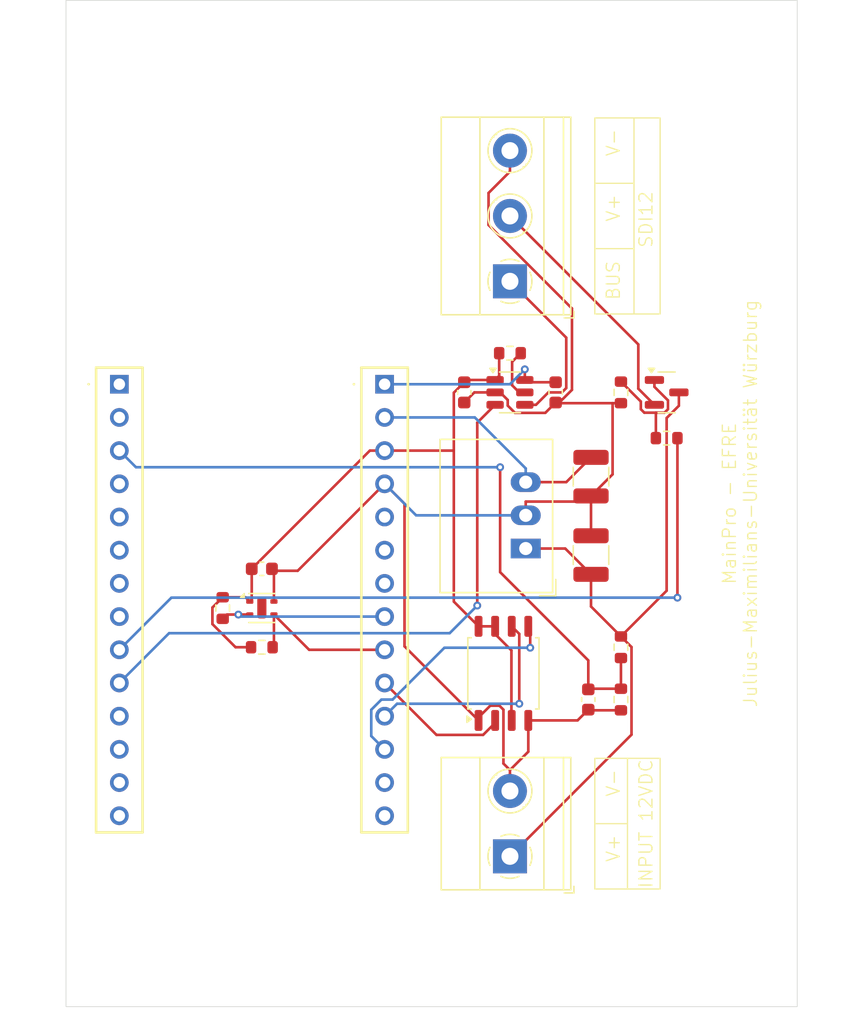
<source format=kicad_pcb>
(kicad_pcb (version 20240108) (generator "pcbnew") (generator_version "8.0")
  (title_block (comment 4 "AISLER Project ID: ZJYYZNOG"))
  (layers (0 "F.Cu" signal) (31 "B.Cu" signal) (34 "B.Paste" user) (35 "F.Paste" user) (36 "B.SilkS" user "B.Silkscreen") (37 "F.SilkS" user "F.Silkscreen") (38 "B.Mask" user) (39 "F.Mask" user) (44 "Edge.Cuts" user))
  (net 0 "")
  (net 1 "/SCL")
  (net 2 "/SDA")
  (net 3 "/GND")
  (net 4 "/BAT+")
  (net 5 "/VIN")
  (net 6 "/A1")
  (net 7 "/5V")
  (net 8 "/3V3")
  (net 9 "/SDI+")
  (net 10 "/BUS")
  (net 11 "Net-(Q1-G)")
  (net 12 "Net-(U1-OE)")
  (net 19 "/D0")
  (net 20 "/D1")
  (net 28 "/COPI")
  (net 32 "/SCK")
  (net 34 "/CIPO")
  (footprint "MountingHole:MountingHole_2.5mm" (layer "F.Cu") (at 205 43.5)
    (property "Reference" "H4" (hide yes))
    (property "Value" "MountingHole_2.5mm")
    (pad "" np_thru_hole circle (at 0 0) (size 2.5 2.5) (drill 2.5) (layers "*.Cu" "*.Mask"))
  )
  (footprint "Capacitor_SMD:C_1210_3225Metric" (layer "F.Cu") (at 242.2075 76.947 -90)
    (property "Reference" "C2" (hide yes))
    (property "Value" "100uF")
    (fp_line (start -0.711252 1.36) (end 0.711252 1.36) (stroke (width 0.12)) (layer "F.SilkS"))
    (fp_line (start -0.711252 -1.36) (end 0.711252 -1.36) (stroke (width 0.12)) (layer "F.SilkS"))
    (pad "1" smd roundrect (at -1.475 0 270) (size 1.15 2.7) (layers "F.Cu" "F.Paste" "F.Mask") (roundrect_rratio 0.217391) (net 5 "/VIN"))
    (pad "2" smd roundrect (at 1.475 0 270) (size 1.15 2.7) (layers "F.Cu" "F.Paste" "F.Mask") (roundrect_rratio 0.217391) (net 3 "/GND"))
  )
  (footprint "Package_TO_SOT_SMD:SOT-23-6" (layer "F.Cu") (at 236 70.5)
    (property "Reference" "U1" (hide yes))
    (property "Value" "TXS0101DBV")
    (fp_line (start 0 -1.56) (end -0.8 -1.56) (stroke (width 0.12)) (layer "F.SilkS"))
    (fp_line (start 0 -1.56) (end 0.8 -1.56) (stroke (width 0.12)) (layer "F.SilkS"))
    (fp_line (start 0 1.56) (end -0.8 1.56) (stroke (width 0.12)) (layer "F.SilkS"))
    (fp_line (start 0 1.56) (end 0.8 1.56) (stroke (width 0.12)) (layer "F.SilkS"))
    (fp_poly (pts (xy -1.3 -1.51) (xy -1.54 -1.84) (xy -1.06 -1.84) (xy -1.3 -1.51)) (stroke (width 0.12)) (fill solid) (layer "F.SilkS"))
    (pad "1" smd roundrect (at -1.1375 -0.95) (size 1.325 0.6) (layers "F.Cu" "F.Paste" "F.Mask") (net 8 "/3V3"))
    (pad "2" smd roundrect (at -1.1375 0) (size 1.325 0.6) (layers "F.Cu" "F.Paste" "F.Mask") (net 3 "/GND"))
    (pad "3" smd roundrect (at -1.1375 0.95) (size 1.325 0.6) (layers "F.Cu" "F.Paste" "F.Mask") (net 20 "/D1"))
    (pad "4" smd roundrect (at 1.1375 0.95) (size 1.325 0.6) (layers "F.Cu" "F.Paste" "F.Mask") (net 10 "/BUS"))
    (pad "5" smd roundrect (at 1.1375 0) (size 1.325 0.6) (layers "F.Cu" "F.Paste" "F.Mask") (net 12 "Net-(U1-OE)"))
    (pad "6" smd roundrect (at 1.1375 -0.95) (size 1.325 0.6) (layers "F.Cu" "F.Paste" "F.Mask") (net 7 "/5V"))
  )
  (footprint "Resistor_SMD:R_0603_1608Metric" (layer "F.Cu") (at 217 90 180)
    (property "Reference" "R7" (hide yes))
    (property "Value" "10k")
    (fp_line (start -0.237258 0.5225) (end 0.237258 0.5225) (stroke (width 0.12)) (layer "F.SilkS"))
    (fp_line (start -0.237258 -0.5225) (end 0.237258 -0.5225) (stroke (width 0.12)) (layer "F.SilkS"))
    (pad "1" smd roundrect (at -0.825 0 180) (size 0.8 0.95) (layers "F.Cu" "F.Paste" "F.Mask") (net 2 "/SDA"))
    (pad "2" smd roundrect (at 0.825 0 180) (size 0.8 0.95) (layers "F.Cu" "F.Paste" "F.Mask") (net 8 "/3V3"))
  )
  (footprint "Custom:65342372" (layer "F.Cu") (at 206.085 69.875 90)
    (property "Reference" "J3" (hide yes))
    (property "Value" "Conn_01x14_Socket" (hide yes))
    (fp_line (start 0 -2.4) (end 0 -2.4) (stroke (width 0.1)) (layer "F.SilkS"))
    (fp_line (start 0 -2.3) (end 0 -2.3) (stroke (width 0.1)) (layer "F.SilkS"))
    (fp_line (start 1.27 -1.78) (end 1.27 1.78) (stroke (width 0.2)) (layer "F.SilkS"))
    (fp_line (start -34.29 -1.78) (end 1.27 -1.78) (stroke (width 0.2)) (layer "F.SilkS"))
    (fp_line (start 1.27 1.78) (end -34.29 1.78) (stroke (width 0.2)) (layer "F.SilkS"))
    (fp_line (start -34.29 1.78) (end -34.29 -1.78) (stroke (width 0.2)) (layer "F.SilkS"))
    (fp_arc (start 0 -2.4) (mid 0.05 -2.35) (end 0 -2.3) (stroke (width 0.1)) (layer "F.SilkS"))
    (fp_arc (start 0 -2.3) (mid -0.05 -2.35) (end 0 -2.4) (stroke (width 0.1)) (layer "F.SilkS"))
    (pad "1" thru_hole rect (at 0 0 90) (size 1.43 1.43) (drill 0.88) (layers "*.Cu" "*.Mask"))
    (pad "2" thru_hole circle (at -2.54 0 90) (size 1.43 1.43) (drill 0.88) (layers "*.Cu" "*.Mask"))
    (pad "3" thru_hole circle (at -5.08 0 90) (size 1.43 1.43) (drill 0.88) (layers "*.Cu" "*.Mask") (net 6 "/A1"))
    (pad "4" thru_hole circle (at -7.62 0 90) (size 1.43 1.43) (drill 0.88) (layers "*.Cu" "*.Mask"))
    (pad "5" thru_hole circle (at -10.16 0 90) (size 1.43 1.43) (drill 0.88) (layers "*.Cu" "*.Mask"))
    (pad "6" thru_hole circle (at -12.7 0 90) (size 1.43 1.43) (drill 0.88) (layers "*.Cu" "*.Mask"))
    (pad "7" thru_hole circle (at -15.24 0 90) (size 1.43 1.43) (drill 0.88) (layers "*.Cu" "*.Mask"))
    (pad "8" thru_hole circle (at -17.78 0 90) (size 1.43 1.43) (drill 0.88) (layers "*.Cu" "*.Mask"))
    (pad "9" thru_hole circle (at -20.32 0 90) (size 1.43 1.43) (drill 0.88) (layers "*.Cu" "*.Mask") (net 19 "/D0"))
    (pad "10" thru_hole circle (at -22.86 0 90) (size 1.43 1.43) (drill 0.88) (layers "*.Cu" "*.Mask") (net 20 "/D1"))
    (pad "11" thru_hole circle (at -25.4 0 90) (size 1.43 1.43) (drill 0.88) (layers "*.Cu" "*.Mask"))
    (pad "12" thru_hole circle (at -27.94 0 90) (size 1.43 1.43) (drill 0.88) (layers "*.Cu" "*.Mask"))
    (pad "13" thru_hole circle (at -30.48 0 90) (size 1.43 1.43) (drill 0.88) (layers "*.Cu" "*.Mask"))
    (pad "14" thru_hole circle (at -33.02 0 90) (size 1.43 1.43) (drill 0.88) (layers "*.Cu" "*.Mask"))
  )
  (footprint "Resistor_SMD:R_0603_1608Metric" (layer "F.Cu") (at 248 74)
    (property "Reference" "R2" (hide yes))
    (property "Value" "100")
    (fp_line (start -0.237258 -0.5225) (end 0.237258 -0.5225) (stroke (width 0.12)) (layer "F.SilkS"))
    (fp_line (start -0.237258 0.5225) (end 0.237258 0.5225) (stroke (width 0.12)) (layer "F.SilkS"))
    (pad "1" smd roundrect (at -0.825 0) (size 0.8 0.95) (layers "F.Cu" "F.Paste" "F.Mask") (net 11 "Net-(Q1-G)"))
    (pad "2" smd roundrect (at 0.825 0) (size 0.8 0.95) (layers "F.Cu" "F.Paste" "F.Mask") (net 19 "/D0"))
  )
  (footprint "MountingHole:MountingHole_2.5mm" (layer "F.Cu") (at 205 114.5)
    (property "Reference" "H3" (hide yes))
    (property "Value" "MountingHole_2.5mm")
    (pad "" np_thru_hole circle (at 0 0) (size 2.5 2.5) (drill 2.5) (layers "*.Cu" "*.Mask"))
  )
  (footprint "Capacitor_SMD:C_1210_3225Metric" (layer "F.Cu") (at 242.2075 82.947 90)
    (property "Reference" "C1" (hide yes))
    (property "Value" "100uF")
    (fp_line (start -0.711252 -1.36) (end 0.711252 -1.36) (stroke (width 0.12)) (layer "F.SilkS"))
    (fp_line (start -0.711252 1.36) (end 0.711252 1.36) (stroke (width 0.12)) (layer "F.SilkS"))
    (pad "1" smd roundrect (at -1.475 0 90) (size 1.15 2.7) (layers "F.Cu" "F.Paste" "F.Mask") (roundrect_rratio 0.217391) (net 4 "/BAT+"))
    (pad "2" smd roundrect (at 1.475 0 90) (size 1.15 2.7) (layers "F.Cu" "F.Paste" "F.Mask") (roundrect_rratio 0.217391) (net 3 "/GND"))
  )
  (footprint "MountingHole:MountingHole_2.5mm" (layer "F.Cu") (at 255 43.5)
    (property "Reference" "H1" (hide yes))
    (property "Value" "MountingHole_2.5mm")
    (pad "" np_thru_hole circle (at 0 0) (size 2.5 2.5) (drill 2.5) (layers "*.Cu" "*.Mask"))
  )
  (footprint "Package_TO_SOT_SMD:SOT-23" (layer "F.Cu") (at 248 70.5)
    (property "Reference" "Q1" (hide yes))
    (property "Value" "IRLML6244")
    (fp_line (start 0 -1.56) (end -0.65 -1.56) (stroke (width 0.12)) (layer "F.SilkS"))
    (fp_line (start 0 -1.56) (end 0.65 -1.56) (stroke (width 0.12)) (layer "F.SilkS"))
    (fp_line (start 0 1.56) (end -0.65 1.56) (stroke (width 0.12)) (layer "F.SilkS"))
    (fp_line (start 0 1.56) (end 0.65 1.56) (stroke (width 0.12)) (layer "F.SilkS"))
    (fp_poly (pts (xy -1.1625 -1.51) (xy -1.4025 -1.84) (xy -0.9225 -1.84) (xy -1.1625 -1.51)) (stroke (width 0.12)) (fill solid) (layer "F.SilkS"))
    (pad "1" smd roundrect (at -0.9375 -0.95) (size 1.475 0.6) (layers "F.Cu" "F.Paste" "F.Mask") (net 11 "Net-(Q1-G)"))
    (pad "2" smd roundrect (at -0.9375 0.95) (size 1.475 0.6) (layers "F.Cu" "F.Paste" "F.Mask") (net 9 "/SDI+"))
    (pad "3" smd roundrect (at 0.9375 0) (size 1.475 0.6) (layers "F.Cu" "F.Paste" "F.Mask") (net 4 "/BAT+"))
  )
  (footprint "TerminalBlock_Phoenix:TerminalBlock_Phoenix_MKDS-1,5-2_1x02_P5.00mm_Horizontal" (layer "F.Cu") (at 236 106 90)
    (property "Reference" "J1" (hide yes))
    (property "Value" "BAT")
    (fp_line (start 7.56 -5.261) (end 7.56 4.66) (stroke (width 0.12)) (layer "F.SilkS"))
    (fp_line (start -2.56 -5.261) (end 7.56 -5.261) (stroke (width 0.12)) (layer "F.SilkS"))
    (fp_line (start -2.56 -5.261) (end -2.56 4.66) (stroke (width 0.12)) (layer "F.SilkS"))
    (fp_line (start -2.56 -2.301) (end 7.56 -2.301) (stroke (width 0.12)) (layer "F.SilkS"))
    (fp_line (start 6.07 -1.275) (end 6.035 -1.239) (stroke (width 0.12)) (layer "F.SilkS"))
    (fp_line (start 6.275 -1.069) (end 6.228 -1.023) (stroke (width 0.12)) (layer "F.SilkS"))
    (fp_line (start 3.773 1.023) (end 3.726 1.069) (stroke (width 0.12)) (layer "F.SilkS"))
    (fp_line (start 3.966 1.239) (end 3.931 1.274) (stroke (width 0.12)) (layer "F.SilkS"))
    (fp_line (start -2.56 2.6) (end 7.56 2.6) (stroke (width 0.12)) (layer "F.SilkS"))
    (fp_line (start -2.56 4.1) (end 7.56 4.1) (stroke (width 0.12)) (layer "F.SilkS"))
    (fp_line (start -2.8 4.16) (end -2.8 4.9) (stroke (width 0.12)) (layer "F.SilkS"))
    (fp_line (start -2.56 4.66) (end 7.56 4.66) (stroke (width 0.12)) (layer "F.SilkS"))
    (fp_line (start -2.8 4.9) (end -2.3 4.9) (stroke (width 0.12)) (layer "F.SilkS"))
    (fp_arc (start -0.683042 -1.535427) (mid 0.000524 -1.680501) (end 0.684 -1.535) (stroke (width 0.12)) (layer "F.SilkS"))
    (fp_arc (start 1.535427 -0.683042) (mid 1.680501 0.000524) (end 1.535 0.684) (stroke (width 0.12)) (layer "F.SilkS"))
    (fp_arc (start -1.535427 0.683042) (mid -1.680501 -0.000524) (end -1.535 -0.684) (stroke (width 0.12)) (layer "F.SilkS"))
    (fp_arc (start 0.683318 1.534756) (mid 0.349292 1.643288) (end 0 1.68) (stroke (width 0.12)) (layer "F.SilkS"))
    (fp_arc (start 0.028805 1.680253) (mid -0.335551 1.646659) (end -0.684 1.535) (stroke (width 0.12)) (layer "F.SilkS"))
    (fp_circle (center 5 0) (end 6.68 0) (stroke (width 0.12)) (fill none) (layer "F.SilkS"))
    (pad "1" thru_hole rect (at 0 0 90) (size 2.6 2.6) (drill 1.3) (layers "*.Cu" "*.Mask") (net 4 "/BAT+"))
    (pad "2" thru_hole circle (at 5 0 90) (size 2.6 2.6) (drill 1.3) (layers "*.Cu" "*.Mask") (net 3 "/GND"))
  )
  (footprint "Capacitor_SMD:C_0603_1608Metric" (layer "F.Cu") (at 217 84)
    (property "Reference" "C6" (hide yes))
    (property "Value" "0.1uF")
    (fp_line (start -0.14058 -0.51) (end 0.14058 -0.51) (stroke (width 0.12)) (layer "F.SilkS"))
    (fp_line (start -0.14058 0.51) (end 0.14058 0.51) (stroke (width 0.12)) (layer "F.SilkS"))
    (pad "1" smd roundrect (at -0.775 0) (size 0.9 0.95) (layers "F.Cu" "F.Paste" "F.Mask") (net 8 "/3V3"))
    (pad "2" smd roundrect (at 0.775 0) (size 0.9 0.95) (layers "F.Cu" "F.Paste" "F.Mask") (net 3 "/GND"))
  )
  (footprint "Resistor_SMD:R_0603_1608Metric" (layer "F.Cu") (at 244.5 70.5 90)
    (property "Reference" "R3" (hide yes))
    (property "Value" "47k")
    (fp_line (start -0.237258 -0.5225) (end 0.237258 -0.5225) (stroke (width 0.12)) (layer "F.SilkS"))
    (fp_line (start -0.237258 0.5225) (end 0.237258 0.5225) (stroke (width 0.12)) (layer "F.SilkS"))
    (pad "1" smd roundrect (at -0.825 0 90) (size 0.8 0.95) (layers "F.Cu" "F.Paste" "F.Mask") (net 3 "/GND"))
    (pad "2" smd roundrect (at 0.825 0 90) (size 0.8 0.95) (layers "F.Cu" "F.Paste" "F.Mask") (net 11 "Net-(Q1-G)"))
  )
  (footprint "Capacitor_SMD:C_0603_1608Metric" (layer "F.Cu") (at 242 94 -90)
    (property "Reference" "C3" (hide yes))
    (property "Value" "0.1uF")
    (fp_line (start -0.14058 0.51) (end 0.14058 0.51) (stroke (width 0.12)) (layer "F.SilkS"))
    (fp_line (start -0.14058 -0.51) (end 0.14058 -0.51) (stroke (width 0.12)) (layer "F.SilkS"))
    (pad "1" smd roundrect (at -0.775 0 270) (size 0.9 0.95) (layers "F.Cu" "F.Paste" "F.Mask") (net 6 "/A1"))
    (pad "2" smd roundrect (at 0.775 0 270) (size 0.9 0.95) (layers "F.Cu" "F.Paste" "F.Mask") (net 3 "/GND"))
  )
  (footprint "Resistor_SMD:R_0603_1608Metric" (layer "F.Cu") (at 236 67.5 180)
    (property "Reference" "R1" (hide yes))
    (property "Value" "47k")
    (fp_line (start -0.237258 0.5225) (end 0.237258 0.5225) (stroke (width 0.12)) (layer "F.SilkS"))
    (fp_line (start -0.237258 -0.5225) (end 0.237258 -0.5225) (stroke (width 0.12)) (layer "F.SilkS"))
    (pad "1" smd roundrect (at -0.825 0 180) (size 0.8 0.95) (layers "F.Cu" "F.Paste" "F.Mask") (net 12 "Net-(U1-OE)"))
    (pad "2" smd roundrect (at 0.825 0 180) (size 0.8 0.95) (layers "F.Cu" "F.Paste" "F.Mask") (net 8 "/3V3"))
  )
  (footprint "Capacitor_SMD:C_0603_1608Metric" (layer "F.Cu") (at 239.5 70.5 90)
    (property "Reference" "C4" (hide yes))
    (property "Value" "0.1uF")
    (fp_line (start -0.14058 -0.51) (end 0.14058 -0.51) (stroke (width 0.12)) (layer "F.SilkS"))
    (fp_line (start -0.14058 0.51) (end 0.14058 0.51) (stroke (width 0.12)) (layer "F.SilkS"))
    (pad "1" smd roundrect (at -0.775 0 90) (size 0.9 0.95) (layers "F.Cu" "F.Paste" "F.Mask") (net 3 "/GND"))
    (pad "2" smd roundrect (at 0.775 0 90) (size 0.9 0.95) (layers "F.Cu" "F.Paste" "F.Mask") (net 7 "/5V"))
  )
  (footprint "Custom:Arduino_MKR_NB_1500_Margin" (layer "F.Cu") (at 226.5 50 -90)
    (property "Reference" "A1" (hide yes))
    (property "Value" "Arduino_MKR_NB_1500_Socket")
    (pad "" np_thru_hole circle (at 0 0 270) (size 2.2 2.2) (drill 2.2) (layers "F&B.Cu" "*.Mask"))
    (pad "" np_thru_hole circle (at 0 20.5 270) (size 2.2 2.2) (drill 2.2) (layers "F&B.Cu" "*.Mask"))
    (pad "" np_thru_hole circle (at 57 0 270) (size 2.2 2.2) (drill 2.2) (layers "F&B.Cu" "*.Mask"))
    (pad "" np_thru_hole circle (at 57 20.5 270) (size 2.2 2.2) (drill 2.2) (layers "F&B.Cu" "*.Mask"))
  )
  (footprint "TerminalBlock_Phoenix:TerminalBlock_Phoenix_MKDS-1,5-3_1x03_P5.00mm_Horizontal" (layer "F.Cu") (at 236 62 90)
    (property "Reference" "J2" (hide yes))
    (property "Value" "SDI12")
    (fp_line (start 12.56 -5.261) (end 12.56 4.66) (stroke (width 0.12)) (layer "F.SilkS"))
    (fp_line (start -2.56 -5.261) (end 12.56 -5.261) (stroke (width 0.12)) (layer "F.SilkS"))
    (fp_line (start -2.56 -5.261) (end -2.56 4.66) (stroke (width 0.12)) (layer "F.SilkS"))
    (fp_line (start -2.56 -2.301) (end 12.56 -2.301) (stroke (width 0.12)) (layer "F.SilkS"))
    (fp_line (start 11.07 -1.275) (end 11.035 -1.239) (stroke (width 0.12)) (layer "F.SilkS"))
    (fp_line (start 6.07 -1.275) (end 6.035 -1.239) (stroke (width 0.12)) (layer "F.SilkS"))
    (fp_line (start 11.275 -1.069) (end 11.228 -1.023) (stroke (width 0.12)) (layer "F.SilkS"))
    (fp_line (start 6.275 -1.069) (end 6.228 -1.023) (stroke (width 0.12)) (layer "F.SilkS"))
    (fp_line (start 8.773 1.023) (end 8.726 1.069) (stroke (width 0.12)) (layer "F.SilkS"))
    (fp_line (start 3.773 1.023) (end 3.726 1.069) (stroke (width 0.12)) (layer "F.SilkS"))
    (fp_line (start 8.966 1.239) (end 8.931 1.274) (stroke (width 0.12)) (layer "F.SilkS"))
    (fp_line (start 3.966 1.239) (end 3.931 1.274) (stroke (width 0.12)) (layer "F.SilkS"))
    (fp_line (start -2.56 2.6) (end 12.56 2.6) (stroke (width 0.12)) (layer "F.SilkS"))
    (fp_line (start -2.56 4.1) (end 12.56 4.1) (stroke (width 0.12)) (layer "F.SilkS"))
    (fp_line (start -2.8 4.16) (end -2.8 4.9) (stroke (width 0.12)) (layer "F.SilkS"))
    (fp_line (start -2.56 4.66) (end 12.56 4.66) (stroke (width 0.12)) (layer "F.SilkS"))
    (fp_line (start -2.8 4.9) (end -2.3 4.9) (stroke (width 0.12)) (layer "F.SilkS"))
    (fp_arc (start -0.683042 -1.535427) (mid 0.000524 -1.680501) (end 0.684 -1.535) (stroke (width 0.12)) (layer "F.SilkS"))
    (fp_arc (start 1.535427 -0.683042) (mid 1.680501 0.000524) (end 1.535 0.684) (stroke (width 0.12)) (layer "F.SilkS"))
    (fp_arc (start -1.535427 0.683042) (mid -1.680501 -0.000524) (end -1.535 -0.684) (stroke (width 0.12)) (layer "F.SilkS"))
    (fp_arc (start 0.683318 1.534756) (mid 0.349292 1.643288) (end 0 1.68) (stroke (width 0.12)) (layer "F.SilkS"))
    (fp_arc (start 0.028805 1.680253) (mid -0.335551 1.646659) (end -0.684 1.535) (stroke (width 0.12)) (layer "F.SilkS"))
    (fp_circle (center 10 0) (end 11.68 0) (stroke (width 0.12)) (fill none) (layer "F.SilkS"))
    (fp_circle (center 5 0) (end 6.68 0) (stroke (width 0.12)) (fill none) (layer "F.SilkS"))
    (pad "1" thru_hole rect (at 0 0 90) (size 2.6 2.6) (drill 1.3) (layers "*.Cu" "*.Mask") (net 10 "/BUS"))
    (pad "2" thru_hole circle (at 5 0 90) (size 2.6 2.6) (drill 1.3) (layers "*.Cu" "*.Mask") (net 9 "/SDI+"))
    (pad "3" thru_hole circle (at 10 0 90) (size 2.6 2.6) (drill 1.3) (layers "*.Cu" "*.Mask") (net 3 "/GND"))
  )
  (footprint "Package_SO:SOIC-8_5.23x5.23mm_P1.27mm" (layer "F.Cu") (at 235.5 92 90)
    (property "Reference" "U3" (hide yes))
    (property "Value" "W25Q32JVSS")
    (fp_line (start 2.725 -2.725) (end 2.725 -2.465) (stroke (width 0.12)) (layer "F.SilkS"))
    (fp_line (start 0 -2.725) (end 2.725 -2.725) (stroke (width 0.12)) (layer "F.SilkS"))
    (fp_line (start 0 -2.725) (end -2.725 -2.725) (stroke (width 0.12)) (layer "F.SilkS"))
    (fp_line (start -2.725 -2.725) (end -2.725 -2.465) (stroke (width 0.12)) (layer "F.SilkS"))
    (fp_line (start 2.725 2.725) (end 2.725 2.465) (stroke (width 0.12)) (layer "F.SilkS"))
    (fp_line (start 0 2.725) (end 2.725 2.725) (stroke (width 0.12)) (layer "F.SilkS"))
    (fp_line (start 0 2.725) (end -2.725 2.725) (stroke (width 0.12)) (layer "F.SilkS"))
    (fp_line (start -2.725 2.725) (end -2.725 2.465) (stroke (width 0.12)) (layer "F.SilkS"))
    (fp_poly (pts (xy -3.5075 -2.465) (xy -3.7475 -2.795) (xy -3.2675 -2.795) (xy -3.5075 -2.465)) (stroke (width 0.12)) (fill solid) (layer "F.SilkS"))
    (pad "1" smd roundrect (at -3.6 -1.905 90) (size 1.6 0.6) (layers "F.Cu" "F.Paste" "F.Mask") (net 3 "/GND"))
    (pad "2" smd roundrect (at -3.6 -0.635 90) (size 1.6 0.6) (layers "F.Cu" "F.Paste" "F.Mask") (net 34 "/CIPO"))
    (pad "3" smd roundrect (at -3.6 0.635 90) (size 1.6 0.6) (layers "F.Cu" "F.Paste" "F.Mask") (net 8 "/3V3"))
    (pad "4" smd roundrect (at -3.6 1.905 90) (size 1.6 0.6) (layers "F.Cu" "F.Paste" "F.Mask") (net 3 "/GND"))
    (pad "5" smd roundrect (at 3.6 1.905 90) (size 1.6 0.6) (layers "F.Cu" "F.Paste" "F.Mask") (net 28 "/COPI"))
    (pad "6" smd roundrect (at 3.6 0.635 90) (size 1.6 0.6) (layers "F.Cu" "F.Paste" "F.Mask") (net 32 "/SCK"))
    (pad "7" smd roundrect (at 3.6 -0.635 90) (size 1.6 0.6) (layers "F.Cu" "F.Paste" "F.Mask") (net 8 "/3V3"))
    (pad "8" smd roundrect (at 3.6 -1.905 90) (size 1.6 0.6) (layers "F.Cu" "F.Paste" "F.Mask") (net 8 "/3V3"))
  )
  (footprint "Sensor_Humidity:Sensirion_DFN-4-1EP_2x2mm_P1mm_EP0.7x1.6mm" (layer "F.Cu") (at 217 87)
    (property "Reference" "U4" (hide yes))
    (property "Value" "SHTC3")
    (fp_line (start -1 -1.11) (end 1 -1.11) (stroke (width 0.12)) (layer "F.SilkS"))
    (fp_line (start -1 1.11) (end 1 1.11) (stroke (width 0.12)) (layer "F.SilkS"))
    (fp_poly (pts (xy -1.35 -0.82) (xy -1.63 -0.82) (xy -1.35 -1.1) (xy -1.35 -0.82)) (stroke (width 0.12)) (fill solid) (layer "F.SilkS"))
    (pad "1" smd roundrect (at -0.925 -0.5) (size 0.55 0.35) (layers "F.Cu" "F.Mask") (net 8 "/3V3"))
    (pad "2" smd roundrect (at -0.925 0.5) (size 0.55 0.35) (layers "F.Cu" "F.Mask") (net 1 "/SCL"))
    (pad "3" smd roundrect (at 0.925 0.5) (size 0.55 0.35) (layers "F.Cu" "F.Mask") (net 2 "/SDA"))
    (pad "4" smd roundrect (at 0.925 -0.5) (size 0.55 0.35) (layers "F.Cu" "F.Mask") (net 3 "/GND"))
    (pad "5" smd roundrect (at 0 0) (size 0.7 1.6) (layers "F.Cu" "F.Mask"))
  )
  (footprint "Capacitor_SMD:C_0603_1608Metric" (layer "F.Cu") (at 232.5 70.5 -90)
    (property "Reference" "C5" (hide yes))
    (property "Value" "0.1uF")
    (fp_line (start -0.14058 0.51) (end 0.14058 0.51) (stroke (width 0.12)) (layer "F.SilkS"))
    (fp_line (start -0.14058 -0.51) (end 0.14058 -0.51) (stroke (width 0.12)) (layer "F.SilkS"))
    (pad "1" smd roundrect (at -0.775 0 270) (size 0.9 0.95) (layers "F.Cu" "F.Paste" "F.Mask") (net 8 "/3V3"))
    (pad "2" smd roundrect (at 0.775 0 270) (size 0.9 0.95) (layers "F.Cu" "F.Paste" "F.Mask") (net 3 "/GND"))
  )
  (footprint "Converter_DCDC:Converter_DCDC_RECOM_R-78E-0.5_THT" (layer "F.Cu") (at 237.2075 82.447 90)
    (property "Reference" "U2" (hide yes))
    (property "Value" "R-78E5.0-0.5")
    (fp_line (start 8.35 -6.56) (end 8.35 2.06) (stroke (width 0.12)) (layer "F.SilkS"))
    (fp_line (start -3.371 -6.56) (end 8.35 -6.56) (stroke (width 0.12)) (layer "F.SilkS"))
    (fp_line (start -3.371 -6.56) (end -3.371 2.06) (stroke (width 0.12)) (layer "F.SilkS"))
    (fp_line (start -3.611 1.06) (end -3.611 2.3) (stroke (width 0.12)) (layer "F.SilkS"))
    (fp_line (start -3.371 2.06) (end 8.35 2.06) (stroke (width 0.12)) (layer "F.SilkS"))
    (fp_line (start -3.611 2.3) (end -2.371 2.3) (stroke (width 0.12)) (layer "F.SilkS"))
    (pad "1" thru_hole rect (at 0 0 90) (size 1.5 2.3) (drill 1) (layers "*.Cu" "*.Mask") (net 4 "/BAT+"))
    (pad "2" thru_hole oval (at 2.54 0 90) (size 1.5 2.3) (drill 1) (layers "*.Cu" "*.Mask") (net 3 "/GND"))
    (pad "3" thru_hole oval (at 5.08 0 90) (size 1.5 2.3) (drill 1) (layers "*.Cu" "*.Mask") (net 5 "/VIN"))
  )
  (footprint "Resistor_SMD:R_0603_1608Metric" (layer "F.Cu") (at 244.5 90 -90)
    (property "Reference" "R5" (hide yes))
    (property "Value" "1.2M")
    (fp_line (start -0.237258 0.5225) (end 0.237258 0.5225) (stroke (width 0.12)) (layer "F.SilkS"))
    (fp_line (start -0.237258 -0.5225) (end 0.237258 -0.5225) (stroke (width 0.12)) (layer "F.SilkS"))
    (pad "1" smd roundrect (at -0.825 0 270) (size 0.8 0.95) (layers "F.Cu" "F.Paste" "F.Mask") (net 4 "/BAT+"))
    (pad "2" smd roundrect (at 0.825 0 270) (size 0.8 0.95) (layers "F.Cu" "F.Paste" "F.Mask") (net 6 "/A1"))
  )
  (footprint "Resistor_SMD:R_0603_1608Metric" (layer "F.Cu") (at 214 87 90)
    (property "Reference" "R6" (hide yes))
    (property "Value" "10k")
    (fp_line (start -0.237258 -0.5225) (end 0.237258 -0.5225) (stroke (width 0.12)) (layer "F.SilkS"))
    (fp_line (start -0.237258 0.5225) (end 0.237258 0.5225) (stroke (width 0.12)) (layer "F.SilkS"))
    (pad "1" smd roundrect (at -0.825 0 90) (size 0.8 0.95) (layers "F.Cu" "F.Paste" "F.Mask") (net 1 "/SCL"))
    (pad "2" smd roundrect (at 0.825 0 90) (size 0.8 0.95) (layers "F.Cu" "F.Paste" "F.Mask") (net 8 "/3V3"))
  )
  (footprint "Custom:65342372" (layer "F.Cu") (at 226.4 69.875 90)
    (property "Reference" "J4" (hide yes))
    (property "Value" "Conn_01x14_Socket" (hide yes))
    (fp_line (start 0 -2.4) (end 0 -2.4) (stroke (width 0.1)) (layer "F.SilkS"))
    (fp_line (start 0 -2.3) (end 0 -2.3) (stroke (width 0.1)) (layer "F.SilkS"))
    (fp_line (start 1.27 -1.78) (end 1.27 1.78) (stroke (width 0.2)) (layer "F.SilkS"))
    (fp_line (start -34.29 -1.78) (end 1.27 -1.78) (stroke (width 0.2)) (layer "F.SilkS"))
    (fp_line (start 1.27 1.78) (end -34.29 1.78) (stroke (width 0.2)) (layer "F.SilkS"))
    (fp_line (start -34.29 1.78) (end -34.29 -1.78) (stroke (width 0.2)) (layer "F.SilkS"))
    (fp_arc (start 0 -2.4) (mid 0.05 -2.35) (end 0 -2.3) (stroke (width 0.1)) (layer "F.SilkS"))
    (fp_arc (start 0 -2.3) (mid -0.05 -2.35) (end 0 -2.4) (stroke (width 0.1)) (layer "F.SilkS"))
    (pad "1" thru_hole rect (at 0 0 90) (size 1.43 1.43) (drill 0.88) (layers "*.Cu" "*.Mask") (net 7 "/5V"))
    (pad "2" thru_hole circle (at -2.54 0 90) (size 1.43 1.43) (drill 0.88) (layers "*.Cu" "*.Mask") (net 5 "/VIN"))
    (pad "3" thru_hole circle (at -5.08 0 90) (size 1.43 1.43) (drill 0.88) (layers "*.Cu" "*.Mask") (net 8 "/3V3"))
    (pad "4" thru_hole circle (at -7.62 0 90) (size 1.43 1.43) (drill 0.88) (layers "*.Cu" "*.Mask") (net 3 "/GND"))
    (pad "5" thru_hole circle (at -10.16 0 90) (size 1.43 1.43) (drill 0.88) (layers "*.Cu" "*.Mask"))
    (pad "6" thru_hole circle (at -12.7 0 90) (size 1.43 1.43) (drill 0.88) (layers "*.Cu" "*.Mask"))
    (pad "7" thru_hole circle (at -15.24 0 90) (size 1.43 1.43) (drill 0.88) (layers "*.Cu" "*.Mask"))
    (pad "8" thru_hole circle (at -17.78 0 90) (size 1.43 1.43) (drill 0.88) (layers "*.Cu" "*.Mask") (net 1 "/SCL"))
    (pad "9" thru_hole circle (at -20.32 0 90) (size 1.43 1.43) (drill 0.88) (layers "*.Cu" "*.Mask") (net 2 "/SDA"))
    (pad "10" thru_hole circle (at -22.86 0 90) (size 1.43 1.43) (drill 0.88) (layers "*.Cu" "*.Mask") (net 34 "/CIPO"))
    (pad "11" thru_hole circle (at -25.4 0 90) (size 1.43 1.43) (drill 0.88) (layers "*.Cu" "*.Mask") (net 32 "/SCK"))
    (pad "12" thru_hole circle (at -27.94 0 90) (size 1.43 1.43) (drill 0.88) (layers "*.Cu" "*.Mask") (net 28 "/COPI"))
    (pad "13" thru_hole circle (at -30.48 0 90) (size 1.43 1.43) (drill 0.88) (layers "*.Cu" "*.Mask"))
    (pad "14" thru_hole circle (at -33.02 0 90) (size 1.43 1.43) (drill 0.88) (layers "*.Cu" "*.Mask"))
  )
  (footprint "Resistor_SMD:R_0603_1608Metric" (layer "F.Cu") (at 244.5 94 -90)
    (property "Reference" "R4" (hide yes))
    (property "Value" "330k")
    (fp_line (start -0.237258 0.5225) (end 0.237258 0.5225) (stroke (width 0.12)) (layer "F.SilkS"))
    (fp_line (start -0.237258 -0.5225) (end 0.237258 -0.5225) (stroke (width 0.12)) (layer "F.SilkS"))
    (pad "1" smd roundrect (at -0.825 0 270) (size 0.8 0.95) (layers "F.Cu" "F.Paste" "F.Mask") (net 6 "/A1"))
    (pad "2" smd roundrect (at 0.825 0 270) (size 0.8 0.95) (layers "F.Cu" "F.Paste" "F.Mask") (net 3 "/GND"))
  )
  (footprint "MountingHole:MountingHole_2.5mm" (layer "F.Cu") (at 255 114.5)
    (property "Reference" "H2" (hide yes))
    (property "Value" "MountingHole_2.5mm")
    (pad "" np_thru_hole circle (at 0 0) (size 2.5 2.5) (drill 2.5) (layers "*.Cu" "*.Mask"))
  )
  (gr_line (start 242.5 59.5) (end 245.5 59.5) (stroke (width 0.1)) (layer "F.SilkS"))
  (gr_line (start 245 108.5) (end 245 98.5) (stroke (width 0.1)) (layer "F.SilkS"))
  (gr_line (start 242.5 54.5) (end 245.5 54.5) (stroke (width 0.1)) (layer "F.SilkS"))
  (gr_rect (start 242.5 98.5) (end 247.5 108.5) (stroke (width 0.1)) (fill none) (layer "F.SilkS"))
  (gr_line (start 245.5 49.5) (end 245.5 64.5) (stroke (width 0.1)) (layer "F.SilkS"))
  (gr_line (start 242.5 103.5) (end 245 103.5) (stroke (width 0.1)) (layer "F.SilkS"))
  (gr_rect (start 242.5 49.5) (end 247.5 64.5) (stroke (width 0.1)) (fill none) (layer "F.SilkS"))
  (gr_rect (start 202 40.5) (end 258 117.5) (stroke (width 0.05)) (fill none) (layer "Edge.Cuts"))
  (gr_text "V-" (at 244.5 52.5 90) (layer "F.SilkS") (effects (font (size 1 1) (thickness 0.1)) (justify left bottom)))
  (gr_text "V-" (at 244.5 101.5 90) (layer "F.SilkS") (effects (font (size 1 1) (thickness 0.1)) (justify left bottom)))
  (gr_text "V+" (at 244.5 57.5 90) (layer "F.SilkS") (effects (font (size 1 1) (thickness 0.1)) (justify left bottom)))
  (gr_text "INPUT 12VDC" (at 247 108.5 90) (layer "F.SilkS") (effects (font (size 1 1) (thickness 0.1)) (justify left bottom)))
  (gr_text "SDI12" (at 247 59.5 90) (layer "F.SilkS") (effects (font (size 1 1) (thickness 0.1)) (justify left bottom)))
  (gr_text "MainPro - EFRE\nJulius-Maximilians-Universität Würzburg" (at 255 79 90) (layer "F.SilkS") (effects (font (size 1 1) (thickness 0.1)) (justify bottom)))
  (gr_text "V+" (at 244.5 106.5 90) (layer "F.SilkS") (effects (font (size 1 1) (thickness 0.1)) (justify left bottom)))
  (gr_text "BUS" (at 244.5 63.5 90) (layer "F.SilkS") (effects (font (size 1 1) (thickness 0.1)) (justify left bottom)))
  (segment (start 214.325 87.5) (end 214 87.825) (width 0.2) (layer "F.Cu") (net 1))
  (segment (start 215.2 87.5) (end 214.325 87.5) (width 0.2) (layer "F.Cu") (net 1))
  (segment (start 216.075 87.5) (end 215.2 87.5) (width 0.2) (layer "F.Cu") (net 1))
  (via (at 215.2 87.5) (size 0.6) (drill 0.3) (layers "F.Cu" "B.Cu") (net 1))
  (segment (start 226.4 87.655) (end 215.355 87.655) (width 0.2) (layer "B.Cu") (net 1))
  (segment (start 215.355 87.655) (end 215.2 87.5) (width 0.2) (layer "B.Cu") (net 1))
  (segment (start 217.925 89.9) (end 217.825 90) (width 0.2) (layer "F.Cu") (net 2))
  (segment (start 226.4 90.195) (end 220.62 90.195) (width 0.2) (layer "F.Cu") (net 2))
  (segment (start 217.925 87.5) (end 217.925 89.9) (width 0.2) (layer "F.Cu") (net 2))
  (segment (start 220.62 90.195) (end 217.925 87.5) (width 0.2) (layer "F.Cu") (net 2))
  (segment (start 232.5 71.275) (end 233.275 70.5) (width 0.2) (layer "F.Cu") (net 3))
  (segment (start 239.55 71.325) (end 239.5 71.275) (width 0.2) (layer "F.Cu") (net 3))
  (segment (start 243.8602 71.325) (end 239.55 71.325) (width 0.2) (layer "F.Cu") (net 3))
  (segment (start 233.595 95.6) (end 233.595 95.3686) (width 0.2) (layer "F.Cu") (net 3))
  (segment (start 233.595 95.3686) (end 234.4923 94.4713) (width 0.2) (layer "F.Cu") (net 3))
  (segment (start 242.2075 78.422) (end 243.8602 76.7693) (width 0.2) (layer "F.Cu") (net 3))
  (segment (start 235.5 98.8983) (end 236 99.3983) (width 0.2) (layer "F.Cu") (net 3))
  (segment (start 235.1933 94.4713) (end 235.5 94.778) (width 0.2) (layer "F.Cu") (net 3))
  (segment (start 227.9248 79.0198) (end 226.4 77.495) (width 0.2) (layer "F.Cu") (net 3))
  (segment (start 217.925 84.15) (end 219.745 84.15) (width 0.2) (layer "F.Cu") (net 3))
  (segment (start 241.175 95.6) (end 237.405 95.6) (width 0.2) (layer "F.Cu") (net 3))
  (segment (start 237.2075 78.8553) (end 241.7742 78.8553) (width 0.2) (layer "F.Cu") (net 3))
  (segment (start 242.2075 81.472) (end 242.2075 78.422) (width 0.2) (layer "F.Cu") (net 3))
  (segment (start 236 52) (end 236 53.6017) (width 0.2) (layer "F.Cu") (net 3))
  (segment (start 239.5 71.275) (end 238.7077 72.0673) (width 0.2) (layer "F.Cu") (net 3))
  (segment (start 217.925 86.5) (end 217.925 84.15) (width 0.2) (layer "F.Cu") (net 3))
  (segment (start 237.405 97.9933) (end 236 99.3983) (width 0.2) (layer "F.Cu") (net 3))
  (segment (start 244.5 94.825) (end 242.05 94.825) (width 0.2) (layer "F.Cu") (net 3))
  (segment (start 238.7077 72.0673) (end 236.3868 72.0673) (width 0.2) (layer "F.Cu") (net 3))
  (segment (start 234.3616 57.6914) (end 240.7492 64.079) (width 0.2) (layer "F.Cu") (net 3))
  (segment (start 236.3868 72.0673) (end 235.8297 71.5102) (width 0.2) (layer "F.Cu") (net 3))
  (segment (start 242.05 94.825) (end 242 94.775) (width 0.2) (layer "F.Cu") (net 3))
  (segment (start 217.925 84.15) (end 217.775 84) (width 0.2) (layer "F.Cu") (net 3))
  (segment (start 239.7786 71.275) (end 239.5 71.275) (width 0.2) (layer "F.Cu") (net 3))
  (segment (start 242 94.775) (end 241.175 95.6) (width 0.2) (layer "F.Cu") (net 3))
  (segment (start 235.5 94.778) (end 235.5 98.8983) (width 0.2) (layer "F.Cu") (net 3))
  (segment (start 241.7742 78.8553) (end 242.2075 78.422) (width 0.2) (layer "F.Cu") (net 3))
  (segment (start 235.8297 71.5102) (end 235.8297 71.081) (width 0.2) (layer "F.Cu") (net 3))
  (segment (start 235.8297 71.081) (end 235.2487 70.5) (width 0.2) (layer "F.Cu") (net 3))
  (segment (start 219.745 84.15) (end 226.4 77.495) (width 0.2) (layer "F.Cu") (net 3))
  (segment (start 243.8602 76.7693) (end 243.8602 71.325) (width 0.2) (layer "F.Cu") (net 3))
  (segment (start 234.4923 94.4713) (end 235.1933 94.4713) (width 0.2) (layer "F.Cu") (net 3))
  (segment (start 227.9248 89.9298) (end 227.9248 79.0198) (width 0.2) (layer "F.Cu") (net 3))
  (segment (start 233.275 70.5) (end 234.8625 70.5) (width 0.2) (layer "F.Cu") (net 3))
  (segment (start 237.405 95.6) (end 237.405 97.9933) (width 0.2) (layer "F.Cu") (net 3))
  (segment (start 236 101) (end 236 99.3983) (width 0.2) (layer "F.Cu") (net 3))
  (segment (start 237.2075 79.907) (end 237.2075 78.8553) (width 0.2) (layer "F.Cu") (net 3))
  (segment (start 244.5 71.325) (end 243.8602 71.325) (width 0.2) (layer "F.Cu") (net 3))
  (segment (start 240.7492 64.079) (end 240.7492 70.3044) (width 0.2) (layer "F.Cu") (net 3))
  (segment (start 240.7492 70.3044) (end 239.7786 71.275) (width 0.2) (layer "F.Cu") (net 3))
  (segment (start 234.3616 55.2401) (end 234.3616 57.6914) (width 0.2) (layer "F.Cu") (net 3))
  (segment (start 236 53.6017) (end 234.3616 55.2401) (width 0.2) (layer "F.Cu") (net 3))
  (segment (start 233.595 95.6) (end 227.9248 89.9298) (width 0.2) (layer "F.Cu") (net 3))
  (segment (start 235.2487 70.5) (end 234.8625 70.5) (width 0.2) (layer "F.Cu") (net 3))
  (segment (start 226.4 77.495) (end 228.812 79.907) (width 0.2) (layer "B.Cu") (net 3))
  (segment (start 228.812 79.907) (end 237.2075 79.907) (width 0.2) (layer "B.Cu") (net 3))
  (segment (start 245.3086 89.9836) (end 244.5 89.175) (width 0.2) (layer "F.Cu") (net 4))
  (segment (start 244.5 89.175) (end 248 85.675) (width 0.2) (layer "F.Cu") (net 4))
  (segment (start 242.2075 86.8825) (end 242.2075 84.422) (width 0.2) (layer "F.Cu") (net 4))
  (segment (start 248.9375 71.5202) (end 248.9375 70.5) (width 0.2) (layer "F.Cu") (net 4))
  (segment (start 240.2325 82.447) (end 242.2075 84.422) (width 0.2) (layer "F.Cu") (net 4))
  (segment (start 244.5 89.175) (end 242.2075 86.8825) (width 0.2) (layer "F.Cu") (net 4))
  (segment (start 248 72.4577) (end 248.9375 71.5202) (width 0.2) (layer "F.Cu") (net 4))
  (segment (start 236 106) (end 245.3086 96.6914) (width 0.2) (layer "F.Cu") (net 4))
  (segment (start 237.2075 82.447) (end 240.2325 82.447) (width 0.2) (layer "F.Cu") (net 4))
  (segment (start 245.3086 96.6914) (end 245.3086 89.9836) (width 0.2) (layer "F.Cu") (net 4))
  (segment (start 248 85.675) (end 248 72.4577) (width 0.2) (layer "F.Cu") (net 4))
  (segment (start 238.4929 77.367) (end 240.3125 77.367) (width 0.2) (layer "F.Cu") (net 5))
  (segment (start 240.3125 77.367) (end 242.2075 75.472) (width 0.2) (layer "F.Cu") (net 5))
  (segment (start 237.2075 77.367) (end 238.4929 77.367) (width 0.2) (layer "F.Cu") (net 5))
  (segment (start 233.3072 72.415) (end 226.4 72.415) (width 0.2) (layer "B.Cu") (net 5))
  (segment (start 237.2075 76.3153) (end 233.3072 72.415) (width 0.2) (layer "B.Cu") (net 5))
  (segment (start 237.2075 77.367) (end 237.2075 76.3153) (width 0.2) (layer "B.Cu") (net 5))
  (segment (start 235.2472 84.2544) (end 235.2472 76.225) (width 0.2) (layer "F.Cu") (net 6))
  (segment (start 244.5 93.175) (end 244.5 90.825) (width 0.2) (layer "F.Cu") (net 6))
  (segment (start 242.05 93.175) (end 242 93.225) (width 0.2) (layer "F.Cu") (net 6))
  (segment (start 242 93.225) (end 242 91.0072) (width 0.2) (layer "F.Cu") (net 6))
  (segment (start 242 91.0072) (end 235.2472 84.2544) (width 0.2) (layer "F.Cu") (net 6))
  (segment (start 244.5 93.175) (end 242.05 93.175) (width 0.2) (layer "F.Cu") (net 6))
  (via (at 235.2472 76.225) (size 0.6) (drill 0.3) (layers "F.Cu" "B.Cu") (net 6))
  (segment (start 207.355 76.225) (end 235.2472 76.225) (width 0.2) (layer "B.Cu") (net 6))
  (segment (start 206.085 74.955) (end 207.355 76.225) (width 0.2) (layer "B.Cu") (net 6))
  (segment (start 237.3125 69.725) (end 237.1375 69.55) (width 0.2) (layer "F.Cu") (net 7))
  (segment (start 239.5 69.725) (end 237.3125 69.725) (width 0.2) (layer "F.Cu") (net 7))
  (segment (start 237.1375 69.55) (end 237.1375 68.7345) (width 0.2) (layer "F.Cu") (net 7))
  (via (at 237.1375 68.7345) (size 0.6) (drill 0.3) (layers "F.Cu" "B.Cu") (net 7))
  (segment (start 235.997 69.875) (end 237.1375 68.7345) (width 0.2) (layer "B.Cu") (net 7))
  (segment (start 226.4 69.875) (end 235.997 69.875) (width 0.2) (layer "B.Cu") (net 7))
  (segment (start 213.2141 86.9609) (end 213.2141 88.2278) (width 0.2) (layer "F.Cu") (net 8))
  (segment (start 231.7011 70.5239) (end 232.5 69.725) (width 0.2) (layer "F.Cu") (net 8))
  (segment (start 231.7011 86.5061) (end 231.7011 74.955) (width 0.2) (layer "F.Cu") (net 8))
  (segment (start 216.225 86.35) (end 216.225 84) (width 0.2) (layer "F.Cu") (net 8))
  (segment (start 232.675 69.55) (end 234.8625 69.55) (width 0.2) (layer "F.Cu") (net 8))
  (segment (start 236.1121 90.2408) (end 236.1121 95.5771) (width 0.2) (layer "F.Cu") (net 8))
  (segment (start 216.225 84) (end 225.27 74.955) (width 0.2) (layer "F.Cu") (net 8))
  (segment (start 235.175 67.5) (end 235.175 69.2375) (width 0.2) (layer "F.Cu") (net 8))
  (segment (start 226.4 74.955) (end 231.7011 74.955) (width 0.2) (layer "F.Cu") (net 8))
  (segment (start 214 86.175) (end 213.2141 86.9609) (width 0.2) (layer "F.Cu") (net 8))
  (segment (start 214.9863 90) (end 216.175 90) (width 0.2) (layer "F.Cu") (net 8))
  (segment (start 216.075 86.5) (end 215.75 86.175) (width 0.2) (layer "F.Cu") (net 8))
  (segment (start 231.7011 74.955) (end 231.7011 70.5239) (width 0.2) (layer "F.Cu") (net 8))
  (segment (start 235.175 69.2375) (end 234.8625 69.55) (width 0.2) (layer "F.Cu") (net 8))
  (segment (start 234.865 88.9937) (end 236.1121 90.2408) (width 0.2) (layer "F.Cu") (net 8))
  (segment (start 234.865 88.4) (end 234.865 88.9937) (width 0.2) (layer "F.Cu") (net 8))
  (segment (start 233.595 88.4) (end 234.865 88.4) (width 0.2) (layer "F.Cu") (net 8))
  (segment (start 225.27 74.955) (end 226.4 74.955) (width 0.2) (layer "F.Cu") (net 8))
  (segment (start 236.1121 95.5771) (end 236.135 95.6) (width 0.2) (layer "F.Cu") (net 8))
  (segment (start 233.595 88.4) (end 231.7011 86.5061) (width 0.2) (layer "F.Cu") (net 8))
  (segment (start 232.5 69.725) (end 232.675 69.55) (width 0.2) (layer "F.Cu") (net 8))
  (segment (start 213.2141 88.2278) (end 214.9863 90) (width 0.2) (layer "F.Cu") (net 8))
  (segment (start 216.075 86.5) (end 216.225 86.35) (width 0.2) (layer "F.Cu") (net 8))
  (segment (start 215.75 86.175) (end 214 86.175) (width 0.2) (layer "F.Cu") (net 8))
  (segment (start 245.8295 66.8295) (end 245.8295 70.217) (width 0.2) (layer "F.Cu") (net 9))
  (segment (start 236 57) (end 245.8295 66.8295) (width 0.2) (layer "F.Cu") (net 9))
  (segment (start 245.8295 70.217) (end 247.0625 71.45) (width 0.2) (layer "F.Cu") (net 9))
  (segment (start 236 62) (end 240.3112 66.3112) (width 0.2) (layer "F.Cu") (net 10))
  (segment (start 240.3112 66.3112) (end 240.3112 70.1681) (width 0.2) (layer "F.Cu") (net 10))
  (segment (start 240.3112 70.1681) (end 239.9793 70.5) (width 0.2) (layer "F.Cu") (net 10))
  (segment (start 237.9916 71.45) (end 237.1375 71.45) (width 0.2) (layer "F.Cu") (net 10))
  (segment (start 238.9416 70.5) (end 237.9916 71.45) (width 0.2) (layer "F.Cu") (net 10))
  (segment (start 239.9793 70.5) (end 238.9416 70.5) (width 0.2) (layer "F.Cu") (net 10))
  (segment (start 248.1023 71.7874) (end 248.1023 71.1126) (width 0.2) (layer "F.Cu") (net 11))
  (segment (start 247.175 72.0523) (end 247.175 74) (width 0.2) (layer "F.Cu") (net 11))
  (segment (start 247.0625 70.0728) (end 247.0625 69.55) (width 0.2) (layer "F.Cu") (net 11))
  (segment (start 244.5 69.675) (end 246.0227 71.1977) (width 0.2) (layer "F.Cu") (net 11))
  (segment (start 246.2876 72.0523) (end 247.175 72.0523) (width 0.2) (layer "F.Cu") (net 11))
  (segment (start 247.8374 72.0523) (end 248.1023 71.7874) (width 0.2) (layer "F.Cu") (net 11))
  (segment (start 246.0227 71.7874) (end 246.2876 72.0523) (width 0.2) (layer "F.Cu") (net 11))
  (segment (start 246.0227 71.1977) (end 246.0227 71.7874) (width 0.2) (layer "F.Cu") (net 11))
  (segment (start 248.1023 71.1126) (end 247.0625 70.0728) (width 0.2) (layer "F.Cu") (net 11))
  (segment (start 247.175 72.0523) (end 247.8374 72.0523) (width 0.2) (layer "F.Cu") (net 11))
  (segment (start 236.7093 70.5) (end 237.1375 70.5) (width 0.2) (layer "F.Cu") (net 12))
  (segment (start 236.1662 69.9569) (end 236.7093 70.5) (width 0.2) (layer "F.Cu") (net 12))
  (segment (start 236.825 67.5) (end 236.1662 68.1588) (width 0.2) (layer "F.Cu") (net 12))
  (segment (start 236.1662 68.1588) (end 236.1662 69.9569) (width 0.2) (layer "F.Cu") (net 12))
  (segment (start 248.825 74) (end 248.825 86.2067) (width 0.2) (layer "F.Cu") (net 19))
  (via (at 248.825 86.2067) (size 0.6) (drill 0.3) (layers "F.Cu" "B.Cu") (net 19))
  (segment (start 210.0733 86.2067) (end 248.825 86.2067) (width 0.2) (layer "B.Cu") (net 19))
  (segment (start 206.085 90.195) (end 210.0733 86.2067) (width 0.2) (layer "B.Cu") (net 19))
  (segment (start 233.496 72.8165) (end 233.496 86.8112) (width 0.2) (layer "F.Cu") (net 20))
  (segment (start 234.8625 71.45) (end 233.496 72.8165) (width 0.2) (layer "F.Cu") (net 20))
  (via (at 233.496 86.8112) (size 0.6) (drill 0.3) (layers "F.Cu" "B.Cu") (net 20))
  (segment (start 209.895 88.925) (end 231.3822 88.925) (width 0.2) (layer "B.Cu") (net 20))
  (segment (start 206.085 92.735) (end 209.895 88.925) (width 0.2) (layer "B.Cu") (net 20))
  (segment (start 231.3822 88.925) (end 233.496 86.8112) (width 0.2) (layer "B.Cu") (net 20))
  (segment (start 237.5502 88.5452) (end 237.405 88.4) (width 0.2) (layer "F.Cu") (net 28))
  (segment (start 237.5502 90.0384) (end 237.5502 88.5452) (width 0.2) (layer "F.Cu") (net 28))
  (via (at 237.5502 90.0384) (size 0.6) (drill 0.3) (layers "F.Cu" "B.Cu") (net 28))
  (segment (start 226.4 97.815) (end 225.3777 96.7927) (width 0.2) (layer "B.Cu") (net 28))
  (segment (start 225.3777 96.7927) (end 225.3777 94.7855) (width 0.2) (layer "B.Cu") (net 28))
  (segment (start 230.9812 90.0384) (end 237.5502 90.0384) (width 0.2) (layer "B.Cu") (net 28))
  (segment (start 227.0146 94.005) (end 230.9812 90.0384) (width 0.2) (layer "B.Cu") (net 28))
  (segment (start 226.1582 94.005) (end 227.0146 94.005) (width 0.2) (layer "B.Cu") (net 28))
  (segment (start 225.3777 94.7855) (end 226.1582 94.005) (width 0.2) (layer "B.Cu") (net 28))
  (segment (start 236.135 88.4) (end 236.7138 88.9788) (width 0.2) (layer "F.Cu") (net 32))
  (segment (start 236.7138 88.9788) (end 236.7138 94.3225) (width 0.2) (layer "F.Cu") (net 32))
  (via (at 236.7138 94.3225) (size 0.6) (drill 0.3) (layers "F.Cu" "B.Cu") (net 32))
  (segment (start 236.7138 94.3225) (end 227.3525 94.3225) (width 0.2) (layer "B.Cu") (net 32))
  (segment (start 227.3525 94.3225) (end 226.4 95.275) (width 0.2) (layer "B.Cu") (net 32))
  (segment (start 230.3712 96.7062) (end 226.4 92.735) (width 0.2) (layer "F.Cu") (net 34))
  (segment (start 233.9463 96.7062) (end 230.3712 96.7062) (width 0.2) (layer "F.Cu") (net 34))
  (segment (start 234.865 95.7875) (end 233.9463 96.7062) (width 0.2) (layer "F.Cu") (net 34))
  (segment (start 234.865 95.6) (end 234.865 95.7875) (width 0.2) (layer "F.Cu") (net 34))
)
</source>
